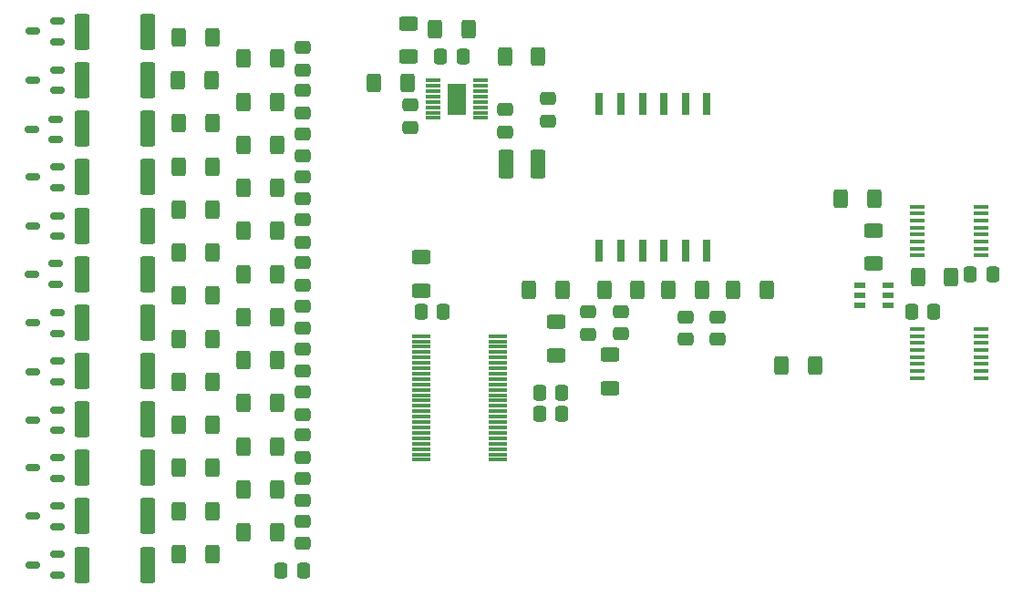
<source format=gbr>
%TF.GenerationSoftware,KiCad,Pcbnew,8.0.2*%
%TF.CreationDate,2024-06-18T15:15:46+02:00*%
%TF.ProjectId,BMS V1.0,424d5320-5631-42e3-902e-6b696361645f,rev?*%
%TF.SameCoordinates,Original*%
%TF.FileFunction,Paste,Top*%
%TF.FilePolarity,Positive*%
%FSLAX46Y46*%
G04 Gerber Fmt 4.6, Leading zero omitted, Abs format (unit mm)*
G04 Created by KiCad (PCBNEW 8.0.2) date 2024-06-18 15:15:46*
%MOMM*%
%LPD*%
G01*
G04 APERTURE LIST*
G04 Aperture macros list*
%AMRoundRect*
0 Rectangle with rounded corners*
0 $1 Rounding radius*
0 $2 $3 $4 $5 $6 $7 $8 $9 X,Y pos of 4 corners*
0 Add a 4 corners polygon primitive as box body*
4,1,4,$2,$3,$4,$5,$6,$7,$8,$9,$2,$3,0*
0 Add four circle primitives for the rounded corners*
1,1,$1+$1,$2,$3*
1,1,$1+$1,$4,$5*
1,1,$1+$1,$6,$7*
1,1,$1+$1,$8,$9*
0 Add four rect primitives between the rounded corners*
20,1,$1+$1,$2,$3,$4,$5,0*
20,1,$1+$1,$4,$5,$6,$7,0*
20,1,$1+$1,$6,$7,$8,$9,0*
20,1,$1+$1,$8,$9,$2,$3,0*%
G04 Aperture macros list end*
%ADD10RoundRect,0.250000X-0.475000X0.337500X-0.475000X-0.337500X0.475000X-0.337500X0.475000X0.337500X0*%
%ADD11RoundRect,0.250000X-0.400000X-0.625000X0.400000X-0.625000X0.400000X0.625000X-0.400000X0.625000X0*%
%ADD12RoundRect,0.250001X-0.462499X-1.074999X0.462499X-1.074999X0.462499X1.074999X-0.462499X1.074999X0*%
%ADD13R,1.800000X0.300000*%
%ADD14RoundRect,0.250000X0.400000X0.625000X-0.400000X0.625000X-0.400000X-0.625000X0.400000X-0.625000X0*%
%ADD15RoundRect,0.249999X0.450001X1.425001X-0.450001X1.425001X-0.450001X-1.425001X0.450001X-1.425001X0*%
%ADD16R,1.475000X0.450000*%
%ADD17RoundRect,0.150000X0.512500X0.150000X-0.512500X0.150000X-0.512500X-0.150000X0.512500X-0.150000X0*%
%ADD18RoundRect,0.250000X-0.337500X-0.475000X0.337500X-0.475000X0.337500X0.475000X-0.337500X0.475000X0*%
%ADD19RoundRect,0.250000X-0.625000X0.400000X-0.625000X-0.400000X0.625000X-0.400000X0.625000X0.400000X0*%
%ADD20RoundRect,0.250000X0.475000X-0.337500X0.475000X0.337500X-0.475000X0.337500X-0.475000X-0.337500X0*%
%ADD21R,1.050000X0.550000*%
%ADD22RoundRect,0.250000X0.625000X-0.400000X0.625000X0.400000X-0.625000X0.400000X-0.625000X-0.400000X0*%
%ADD23RoundRect,0.250000X0.337500X0.475000X-0.337500X0.475000X-0.337500X-0.475000X0.337500X-0.475000X0*%
%ADD24R,1.425000X0.300000*%
%ADD25R,1.753000X2.947000*%
%ADD26R,0.800000X2.010000*%
G04 APERTURE END LIST*
D10*
%TO.C,C15*%
X127000000Y-95462500D03*
X127000000Y-97537500D03*
%TD*%
D11*
%TO.C,R38*%
X115450000Y-74500000D03*
X118550000Y-74500000D03*
%TD*%
D12*
%TO.C,L1*%
X145800500Y-78250000D03*
X148775500Y-78250000D03*
%TD*%
D13*
%TO.C,IC6*%
X137950000Y-94250000D03*
X137950000Y-94750000D03*
X137950000Y-95250000D03*
X137950000Y-95750000D03*
X137950000Y-96250000D03*
X137950000Y-96750000D03*
X137950000Y-97250000D03*
X137950000Y-97750000D03*
X137950000Y-98250000D03*
X137950000Y-98750000D03*
X137950000Y-99250000D03*
X137950000Y-99750000D03*
X137950000Y-100250000D03*
X137950000Y-100750000D03*
X137950000Y-101250000D03*
X137950000Y-101750000D03*
X137950000Y-102250000D03*
X137950000Y-102750000D03*
X137950000Y-103250000D03*
X137950000Y-103750000D03*
X137950000Y-104250000D03*
X137950000Y-104750000D03*
X137950000Y-105250000D03*
X137950000Y-105750000D03*
X145050000Y-105750000D03*
X145050000Y-105250000D03*
X145050000Y-104750000D03*
X145050000Y-104250000D03*
X145050000Y-103750000D03*
X145050000Y-103250000D03*
X145050000Y-102750000D03*
X145050000Y-102250000D03*
X145050000Y-101750000D03*
X145050000Y-101250000D03*
X145050000Y-100750000D03*
X145050000Y-100250000D03*
X145050000Y-99750000D03*
X145050000Y-99250000D03*
X145050000Y-98750000D03*
X145050000Y-98250000D03*
X145050000Y-97750000D03*
X145050000Y-97250000D03*
X145050000Y-96750000D03*
X145050000Y-96250000D03*
X145050000Y-95750000D03*
X145050000Y-95250000D03*
X145050000Y-94750000D03*
X145050000Y-94250000D03*
%TD*%
D11*
%TO.C,R32*%
X115450000Y-82500000D03*
X118550000Y-82500000D03*
%TD*%
D14*
%TO.C,R7*%
X174550000Y-97000000D03*
X171450000Y-97000000D03*
%TD*%
D11*
%TO.C,R24*%
X121450000Y-96500000D03*
X124550000Y-96500000D03*
%TD*%
%TO.C,R23*%
X115450000Y-94500000D03*
X118550000Y-94500000D03*
%TD*%
D15*
%TO.C,R46*%
X112600000Y-115500000D03*
X106500000Y-115500000D03*
%TD*%
D16*
%TO.C,IC3*%
X189938000Y-98150000D03*
X189938000Y-97500000D03*
X189938000Y-96850000D03*
X189938000Y-96200000D03*
X189938000Y-95550000D03*
X189938000Y-94900000D03*
X189938000Y-94250000D03*
X189938000Y-93600000D03*
X184062000Y-93600000D03*
X184062000Y-94250000D03*
X184062000Y-94900000D03*
X184062000Y-95550000D03*
X184062000Y-96200000D03*
X184062000Y-96850000D03*
X184062000Y-97500000D03*
X184062000Y-98150000D03*
%TD*%
D10*
%TO.C,C18*%
X127000000Y-83462500D03*
X127000000Y-85537500D03*
%TD*%
D11*
%TO.C,R12*%
X121450000Y-108500000D03*
X124550000Y-108500000D03*
%TD*%
D17*
%TO.C,Q11*%
X104187500Y-66900000D03*
X104187500Y-65000000D03*
X101912500Y-65950000D03*
%TD*%
D18*
%TO.C,C1*%
X139750500Y-68250000D03*
X141825500Y-68250000D03*
%TD*%
D19*
%TO.C,R51*%
X138000000Y-86950000D03*
X138000000Y-90050000D03*
%TD*%
D20*
%TO.C,C9*%
X162500000Y-94537500D03*
X162500000Y-92462500D03*
%TD*%
D10*
%TO.C,C12*%
X127000000Y-107462500D03*
X127000000Y-109537500D03*
%TD*%
D11*
%TO.C,R44*%
X115450000Y-66500000D03*
X118550000Y-66500000D03*
%TD*%
D10*
%TO.C,C17*%
X127000000Y-87462500D03*
X127000000Y-89537500D03*
%TD*%
D11*
%TO.C,R15*%
X115450000Y-110500000D03*
X118550000Y-110500000D03*
%TD*%
%TO.C,R27*%
X121450000Y-92500000D03*
X124550000Y-92500000D03*
%TD*%
D21*
%TO.C,IC2*%
X181300000Y-91400000D03*
X181300000Y-90450000D03*
X181300000Y-89500000D03*
X178700000Y-89500000D03*
X178700000Y-90450000D03*
X178700000Y-91400000D03*
%TD*%
D20*
%TO.C,C2*%
X149750000Y-74287500D03*
X149750000Y-72212500D03*
%TD*%
D22*
%TO.C,R49*%
X150500000Y-96050000D03*
X150500000Y-92950000D03*
%TD*%
D10*
%TO.C,C23*%
X127000000Y-111462500D03*
X127000000Y-113537500D03*
%TD*%
D14*
%TO.C,R52*%
X187183538Y-88818599D03*
X184083538Y-88818599D03*
%TD*%
D15*
%TO.C,R43*%
X112600000Y-66000000D03*
X106500000Y-66000000D03*
%TD*%
D18*
%TO.C,C25*%
X137962500Y-92000000D03*
X140037500Y-92000000D03*
%TD*%
D15*
%TO.C,R19*%
X112600000Y-102000000D03*
X106500000Y-102000000D03*
%TD*%
%TO.C,R31*%
X112600000Y-84000000D03*
X106500000Y-84000000D03*
%TD*%
D11*
%TO.C,R3*%
X145738000Y-68250000D03*
X148838000Y-68250000D03*
%TD*%
D18*
%TO.C,C11*%
X148962500Y-99500000D03*
X151037500Y-99500000D03*
%TD*%
D10*
%TO.C,C13*%
X127000000Y-103462500D03*
X127000000Y-105537500D03*
%TD*%
D11*
%TO.C,R30*%
X121450000Y-88500000D03*
X124550000Y-88500000D03*
%TD*%
D15*
%TO.C,R22*%
X112600000Y-97500000D03*
X106500000Y-97500000D03*
%TD*%
D14*
%TO.C,R11*%
X164050000Y-90000000D03*
X160950000Y-90000000D03*
%TD*%
D10*
%TO.C,C22*%
X127000000Y-67462500D03*
X127000000Y-69537500D03*
%TD*%
D11*
%TO.C,R42*%
X121450000Y-72500000D03*
X124550000Y-72500000D03*
%TD*%
D18*
%TO.C,C10*%
X148962500Y-101500000D03*
X151037500Y-101500000D03*
%TD*%
D11*
%TO.C,R48*%
X121450000Y-112500000D03*
X124550000Y-112500000D03*
%TD*%
D23*
%TO.C,C24*%
X127037500Y-116000000D03*
X124962500Y-116000000D03*
%TD*%
D10*
%TO.C,C14*%
X127000000Y-99462500D03*
X127000000Y-101537500D03*
%TD*%
D17*
%TO.C,Q6*%
X104050000Y-89450000D03*
X104050000Y-87550000D03*
X101775000Y-88500000D03*
%TD*%
D14*
%TO.C,R10*%
X170050000Y-90000000D03*
X166950000Y-90000000D03*
%TD*%
D11*
%TO.C,R29*%
X115450000Y-86500000D03*
X118550000Y-86500000D03*
%TD*%
D17*
%TO.C,Q9*%
X104050000Y-76000000D03*
X104050000Y-74100000D03*
X101775000Y-75050000D03*
%TD*%
D11*
%TO.C,R26*%
X115450000Y-90500000D03*
X118550000Y-90500000D03*
%TD*%
D17*
%TO.C,Q4*%
X104187500Y-98500000D03*
X104187500Y-96600000D03*
X101912500Y-97550000D03*
%TD*%
%TO.C,Q3*%
X104187500Y-103000000D03*
X104187500Y-101100000D03*
X101912500Y-102050000D03*
%TD*%
D15*
%TO.C,R28*%
X112550000Y-88500000D03*
X106450000Y-88500000D03*
%TD*%
D11*
%TO.C,R17*%
X115450000Y-102500000D03*
X118550000Y-102500000D03*
%TD*%
%TO.C,R4*%
X133562465Y-70768955D03*
X136662465Y-70768955D03*
%TD*%
D24*
%TO.C,IC1*%
X139076000Y-70500000D03*
X139076000Y-71000000D03*
X139076000Y-71500000D03*
X139076000Y-72000000D03*
X139076000Y-72500000D03*
X139076000Y-73000000D03*
X139076000Y-73500000D03*
X139076000Y-74000000D03*
X143500000Y-74000000D03*
X143500000Y-73500000D03*
X143500000Y-73000000D03*
X143500000Y-72500000D03*
X143500000Y-72000000D03*
X143500000Y-71500000D03*
X143500000Y-71000000D03*
X143500000Y-70500000D03*
D25*
X141288000Y-72250000D03*
%TD*%
D11*
%TO.C,R8*%
X147950000Y-90000000D03*
X151050000Y-90000000D03*
%TD*%
%TO.C,R39*%
X121450000Y-76500000D03*
X124550000Y-76500000D03*
%TD*%
D26*
%TO.C,T1*%
X164500000Y-72655000D03*
X162500000Y-72655000D03*
X160500000Y-72655000D03*
X158500000Y-72655000D03*
X156500000Y-72655000D03*
X154500000Y-72655000D03*
X154500000Y-86345000D03*
X156500000Y-86345000D03*
X158500000Y-86345000D03*
X160500000Y-86345000D03*
X162500000Y-86345000D03*
X164500000Y-86345000D03*
%TD*%
D10*
%TO.C,C20*%
X127000000Y-75462500D03*
X127000000Y-77537500D03*
%TD*%
D23*
%TO.C,C26*%
X185575000Y-92000000D03*
X183500000Y-92000000D03*
%TD*%
D15*
%TO.C,R25*%
X112550000Y-93000000D03*
X106450000Y-93000000D03*
%TD*%
D20*
%TO.C,C7*%
X156500000Y-94037500D03*
X156500000Y-91962500D03*
%TD*%
%TO.C,C6*%
X153500000Y-94075000D03*
X153500000Y-92000000D03*
%TD*%
D15*
%TO.C,R14*%
X112600000Y-111000000D03*
X106500000Y-111000000D03*
%TD*%
D11*
%TO.C,R41*%
X115400000Y-70500000D03*
X118500000Y-70500000D03*
%TD*%
%TO.C,R20*%
X115450000Y-98500000D03*
X118550000Y-98500000D03*
%TD*%
%TO.C,R36*%
X121450000Y-80500000D03*
X124550000Y-80500000D03*
%TD*%
%TO.C,R33*%
X121450000Y-84500000D03*
X124550000Y-84500000D03*
%TD*%
%TO.C,R35*%
X115450000Y-78500000D03*
X118550000Y-78500000D03*
%TD*%
D15*
%TO.C,R37*%
X112600000Y-75000000D03*
X106500000Y-75000000D03*
%TD*%
%TO.C,R16*%
X112600000Y-106500000D03*
X106500000Y-106500000D03*
%TD*%
D11*
%TO.C,R13*%
X115450000Y-106500000D03*
X118550000Y-106500000D03*
%TD*%
%TO.C,R45*%
X121450000Y-68500000D03*
X124550000Y-68500000D03*
%TD*%
D17*
%TO.C,Q2*%
X104187500Y-107450000D03*
X104187500Y-105550000D03*
X101912500Y-106500000D03*
%TD*%
%TO.C,Q12*%
X104187500Y-116450000D03*
X104187500Y-114550000D03*
X101912500Y-115500000D03*
%TD*%
D19*
%TO.C,R50*%
X155500000Y-96000000D03*
X155500000Y-99100000D03*
%TD*%
%TO.C,R1*%
X136788000Y-65200000D03*
X136788000Y-68300000D03*
%TD*%
D15*
%TO.C,R40*%
X112600000Y-70500000D03*
X106500000Y-70500000D03*
%TD*%
D11*
%TO.C,R21*%
X121450000Y-100500000D03*
X124550000Y-100500000D03*
%TD*%
%TO.C,R18*%
X121450000Y-104500000D03*
X124550000Y-104500000D03*
%TD*%
D10*
%TO.C,C21*%
X127000000Y-71462500D03*
X127000000Y-73537500D03*
%TD*%
D17*
%TO.C,Q5*%
X104187500Y-94000000D03*
X104187500Y-92100000D03*
X101912500Y-93050000D03*
%TD*%
D18*
%TO.C,C5*%
X188962500Y-88500000D03*
X191037500Y-88500000D03*
%TD*%
D15*
%TO.C,R34*%
X112600000Y-79500000D03*
X106500000Y-79500000D03*
%TD*%
D17*
%TO.C,Q7*%
X104187500Y-85000000D03*
X104187500Y-83100000D03*
X101912500Y-84050000D03*
%TD*%
D20*
%TO.C,C8*%
X165500000Y-94537500D03*
X165500000Y-92462500D03*
%TD*%
D11*
%TO.C,R6*%
X176950000Y-81500000D03*
X180050000Y-81500000D03*
%TD*%
D17*
%TO.C,Q10*%
X104187500Y-71450000D03*
X104187500Y-69550000D03*
X101912500Y-70500000D03*
%TD*%
%TO.C,Q1*%
X104187500Y-111950000D03*
X104187500Y-110050000D03*
X101912500Y-111000000D03*
%TD*%
D16*
%TO.C,IC4*%
X184062000Y-82225000D03*
X184062000Y-82875000D03*
X184062000Y-83525000D03*
X184062000Y-84175000D03*
X184062000Y-84825000D03*
X184062000Y-85475000D03*
X184062000Y-86125000D03*
X184062000Y-86775000D03*
X189938000Y-86775000D03*
X189938000Y-86125000D03*
X189938000Y-85475000D03*
X189938000Y-84825000D03*
X189938000Y-84175000D03*
X189938000Y-83525000D03*
X189938000Y-82875000D03*
X189938000Y-82225000D03*
%TD*%
D20*
%TO.C,C4*%
X136911722Y-74877204D03*
X136911722Y-72802204D03*
%TD*%
D11*
%TO.C,R47*%
X115450000Y-114500000D03*
X118550000Y-114500000D03*
%TD*%
D10*
%TO.C,C16*%
X127000000Y-91462500D03*
X127000000Y-93537500D03*
%TD*%
%TO.C,C19*%
X127000000Y-79462500D03*
X127000000Y-81537500D03*
%TD*%
D17*
%TO.C,Q8*%
X104187500Y-80450000D03*
X104187500Y-78550000D03*
X101912500Y-79500000D03*
%TD*%
D20*
%TO.C,C3*%
X145788000Y-75287500D03*
X145788000Y-73212500D03*
%TD*%
D14*
%TO.C,R2*%
X142338000Y-65750000D03*
X139238000Y-65750000D03*
%TD*%
D19*
%TO.C,R5*%
X180000000Y-84450000D03*
X180000000Y-87550000D03*
%TD*%
D11*
%TO.C,R9*%
X154950000Y-90000000D03*
X158050000Y-90000000D03*
%TD*%
M02*

</source>
